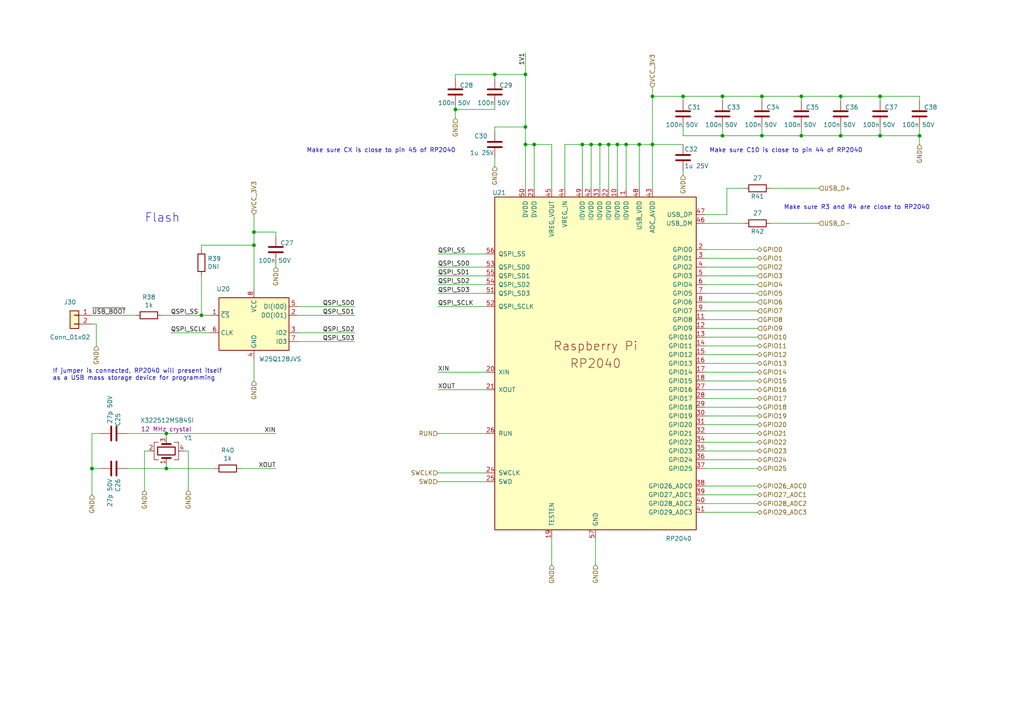
<source format=kicad_sch>
(kicad_sch (version 20211123) (generator eeschema)
  (paper "A4")
  (lib_symbols
    (symbol "Connector_Generic:Conn_01x02" (pin_names (offset 1.016) hide)
      (property "Reference" "J" (at 0 2.54 0))
      (property "Value" "Conn_01x02" (at 0 -5.08 0))
      (symbol "Conn_01x02_1_1"
        (rectangle (start -1.27 -2.413) (end 0 -2.667) (stroke (width 0.1524)))
        (rectangle (start -1.27 0.127) (end 0 -0.127) (stroke (width 0.1524)))
        (rectangle (start -1.27 1.27) (end 1.27 -3.81) (stroke (width 0.254)) (fill (type background)))
        (pin passive line (at -5.08 0 0) (length 3.81) (name "Pin_1") (number "1"))
        (pin passive line (at -5.08 -2.54 0) (length 3.81) (name "Pin_2") (number "2"))
      )
    )
    (symbol "Device:C" (pin_numbers hide) (pin_names (offset 0.254))
      (property "Reference" "C" (at 0.635 2.54 0))
      (property "Value" "C" (at 0.635 -2.54 0))
      (symbol "C_0_1"
        (polyline (pts (xy -2.032 -0.762) (xy 2.032 -0.762)) (stroke (width 0.508)))
        (polyline (pts (xy -2.032 0.762) (xy 2.032 0.762)) (stroke (width 0.508)))
      )
      (symbol "C_1_1"
        (pin passive line (at 0 3.81 270) (length 2.794) (name "~") (number "1"))
        (pin passive line (at 0 -3.81 90) (length 2.794) (name "~") (number "2"))
      )
    )
    (symbol "Device:Crystal_GND24" (pin_names (offset 1.016) hide)
      (property "Reference" "Y" (at 3.175 5.08 0))
      (property "Value" "Crystal_GND24" (at 3.175 3.175 0))
      (symbol "Crystal_GND24_0_1"
        (rectangle (start -1.143 2.54) (end 1.143 -2.54) (stroke (width 0.3048)))
        (polyline (pts (xy -2.54 0) (xy -2.032 0)))
        (polyline (pts (xy -2.032 -1.27) (xy -2.032 1.27)) (stroke (width 0.508)))
        (polyline (pts (xy 0 -3.81) (xy 0 -3.556)))
        (polyline (pts (xy 0 3.556) (xy 0 3.81)))
        (polyline (pts (xy 2.032 -1.27) (xy 2.032 1.27)) (stroke (width 0.508)))
        (polyline (pts (xy 2.032 0) (xy 2.54 0)))
        (polyline (pts (xy -2.54 -2.286) (xy -2.54 -3.556) (xy 2.54 -3.556) (xy 2.54 -2.286)))
        (polyline (pts (xy -2.54 2.286) (xy -2.54 3.556) (xy 2.54 3.556) (xy 2.54 2.286)))
      )
      (symbol "Crystal_GND24_1_1"
        (pin passive line (at -3.81 0 0) (length 1.27) (name "1") (number "1"))
        (pin passive line (at 0 5.08 270) (length 1.27) (name "2") (number "2"))
        (pin passive line (at 3.81 0 180) (length 1.27) (name "3") (number "3"))
        (pin passive line (at 0 -5.08 90) (length 1.27) (name "4") (number "4"))
      )
    )
    (symbol "Device:R" (pin_numbers hide) (pin_names (offset 0))
      (property "Reference" "R" (at 2.032 0 90))
      (property "Value" "R" (at 0 0 90))
      (symbol "R_0_1"
        (rectangle (start -1.016 -2.54) (end 1.016 2.54) (stroke (width 0.254)))
      )
      (symbol "R_1_1"
        (pin passive line (at 0 3.81 270) (length 1.27) (name "~") (number "1"))
        (pin passive line (at 0 -3.81 90) (length 1.27) (name "~") (number "2"))
      )
    )
    (symbol "MCU_RaspberryPi_RP2040:RP2040" (pin_names (offset 1.016))
      (property "Reference" "U" (at -29.21 49.53 0))
      (property "Value" "RP2040" (at 24.13 -49.53 0))
      (symbol "RP2040_0_0"
        (text "Raspberry Pi" (at 0 5.08 0) (effects (font (size 2.54 2.54))))
        (text "RP2040" (at 0 0 0) (effects (font (size 2.54 2.54))))
      )
      (symbol "RP2040_0_1"
        (rectangle (start 29.21 48.26) (end -29.21 -48.26) (stroke (width 0.254)) (fill (type background)))
      )
      (symbol "RP2040_1_1"
        (pin power_in line (at 8.89 50.8 270) (length 2.54) (name "IOVDD") (number "1"))
        (pin power_in line (at 6.35 50.8 270) (length 2.54) (name "IOVDD") (number "10"))
        (pin bidirectional line (at 31.75 12.7 180) (length 2.54) (name "GPIO8") (number "11"))
        (pin bidirectional line (at 31.75 10.16 180) (length 2.54) (name "GPIO9") (number "12"))
        (pin bidirectional line (at 31.75 7.62 180) (length 2.54) (name "GPIO10") (number "13"))
        (pin bidirectional line (at 31.75 5.08 180) (length 2.54) (name "GPIO11") (number "14"))
        (pin bidirectional line (at 31.75 2.54 180) (length 2.54) (name "GPIO12") (number "15"))
        (pin bidirectional line (at 31.75 0 180) (length 2.54) (name "GPIO13") (number "16"))
        (pin bidirectional line (at 31.75 -2.54 180) (length 2.54) (name "GPIO14") (number "17"))
        (pin bidirectional line (at 31.75 -5.08 180) (length 2.54) (name "GPIO15") (number "18"))
        (pin passive line (at -12.7 -50.8 90) (length 2.54) (name "TESTEN") (number "19"))
        (pin bidirectional line (at 31.75 33.02 180) (length 2.54) (name "GPIO0") (number "2"))
        (pin input line (at -31.75 -2.54 0) (length 2.54) (name "XIN") (number "20"))
        (pin passive line (at -31.75 -7.62 0) (length 2.54) (name "XOUT") (number "21"))
        (pin power_in line (at 3.81 50.8 270) (length 2.54) (name "IOVDD") (number "22"))
        (pin power_in line (at -17.78 50.8 270) (length 2.54) (name "DVDD") (number "23"))
        (pin output line (at -31.75 -31.75 0) (length 2.54) (name "SWCLK") (number "24"))
        (pin bidirectional line (at -31.75 -34.29 0) (length 2.54) (name "SWD") (number "25"))
        (pin input line (at -31.75 -20.32 0) (length 2.54) (name "RUN") (number "26"))
        (pin bidirectional line (at 31.75 -7.62 180) (length 2.54) (name "GPIO16") (number "27"))
        (pin bidirectional line (at 31.75 -10.16 180) (length 2.54) (name "GPIO17") (number "28"))
        (pin bidirectional line (at 31.75 -12.7 180) (length 2.54) (name "GPIO18") (number "29"))
        (pin bidirectional line (at 31.75 30.48 180) (length 2.54) (name "GPIO1") (number "3"))
        (pin bidirectional line (at 31.75 -15.24 180) (length 2.54) (name "GPIO19") (number "30"))
        (pin bidirectional line (at 31.75 -17.78 180) (length 2.54) (name "GPIO20") (number "31"))
        (pin bidirectional line (at 31.75 -20.32 180) (length 2.54) (name "GPIO21") (number "32"))
        (pin power_in line (at 1.27 50.8 270) (length 2.54) (name "IOVDD") (number "33"))
        (pin bidirectional line (at 31.75 -22.86 180) (length 2.54) (name "GPIO22") (number "34"))
        (pin bidirectional line (at 31.75 -25.4 180) (length 2.54) (name "GPIO23") (number "35"))
        (pin bidirectional line (at 31.75 -27.94 180) (length 2.54) (name "GPIO24") (number "36"))
        (pin bidirectional line (at 31.75 -30.48 180) (length 2.54) (name "GPIO25") (number "37"))
        (pin bidirectional line (at 31.75 -35.56 180) (length 2.54) (name "GPIO26_ADC0") (number "38"))
        (pin bidirectional line (at 31.75 -38.1 180) (length 2.54) (name "GPIO27_ADC1") (number "39"))
        (pin bidirectional line (at 31.75 27.94 180) (length 2.54) (name "GPIO2") (number "4"))
        (pin bidirectional line (at 31.75 -40.64 180) (length 2.54) (name "GPIO28_ADC2") (number "40"))
        (pin bidirectional line (at 31.75 -43.18 180) (length 2.54) (name "GPIO29_ADC3") (number "41"))
        (pin power_in line (at -1.27 50.8 270) (length 2.54) (name "IOVDD") (number "42"))
        (pin power_in line (at 16.51 50.8 270) (length 2.54) (name "ADC_AVDD") (number "43"))
        (pin power_in line (at -8.89 50.8 270) (length 2.54) (name "VREG_IN") (number "44"))
        (pin power_out line (at -12.7 50.8 270) (length 2.54) (name "VREG_VOUT") (number "45"))
        (pin bidirectional line (at 31.75 40.64 180) (length 2.54) (name "USB_DM") (number "46"))
        (pin bidirectional line (at 31.75 43.18 180) (length 2.54) (name "USB_DP") (number "47"))
        (pin power_in line (at 12.7 50.8 270) (length 2.54) (name "USB_VDD") (number "48"))
        (pin power_in line (at -3.81 50.8 270) (length 2.54) (name "IOVDD") (number "49"))
        (pin bidirectional line (at 31.75 25.4 180) (length 2.54) (name "GPIO3") (number "5"))
        (pin power_in line (at -20.32 50.8 270) (length 2.54) (name "DVDD") (number "50"))
        (pin bidirectional line (at -31.75 20.32 0) (length 2.54) (name "QSPI_SD3") (number "51"))
        (pin output line (at -31.75 16.51 0) (length 2.54) (name "QSPI_SCLK") (number "52"))
        (pin bidirectional line (at -31.75 27.94 0) (length 2.54) (name "QSPI_SD0") (number "53"))
        (pin bidirectional line (at -31.75 22.86 0) (length 2.54) (name "QSPI_SD2") (number "54"))
        (pin bidirectional line (at -31.75 25.4 0) (length 2.54) (name "QSPI_SD1") (number "55"))
        (pin bidirectional line (at -31.75 31.75 0) (length 2.54) (name "QSPI_SS") (number "56"))
        (pin power_in line (at 0 -50.8 90) (length 2.54) (name "GND") (number "57"))
        (pin bidirectional line (at 31.75 22.86 180) (length 2.54) (name "GPIO4") (number "6"))
        (pin bidirectional line (at 31.75 20.32 180) (length 2.54) (name "GPIO5") (number "7"))
        (pin bidirectional line (at 31.75 17.78 180) (length 2.54) (name "GPIO6") (number "8"))
        (pin bidirectional line (at 31.75 15.24 180) (length 2.54) (name "GPIO7") (number "9"))
      )
    )
    (symbol "Memory_Flash:W25Q128JVS"
      (property "Reference" "U" (at -8.89 8.89 0))
      (property "Value" "W25Q128JVS" (at 7.62 8.89 0))
      (symbol "W25Q128JVS_0_1"
        (rectangle (start -10.16 7.62) (end 10.16 -7.62) (stroke (width 0.254)) (fill (type background)))
      )
      (symbol "W25Q128JVS_1_1"
        (pin input line (at -12.7 2.54 0) (length 2.54) (name "~{CS}") (number "1"))
        (pin bidirectional line (at 12.7 2.54 180) (length 2.54) (name "DO(IO1)") (number "2"))
        (pin bidirectional line (at 12.7 -2.54 180) (length 2.54) (name "IO2") (number "3"))
        (pin power_in line (at 0 -10.16 90) (length 2.54) (name "GND") (number "4"))
        (pin bidirectional line (at 12.7 5.08 180) (length 2.54) (name "DI(IO0)") (number "5"))
        (pin input line (at -12.7 -2.54 0) (length 2.54) (name "CLK") (number "6"))
        (pin bidirectional line (at 12.7 -5.08 180) (length 2.54) (name "IO3") (number "7"))
        (pin power_in line (at 0 10.16 270) (length 2.54) (name "VCC") (number "8"))
      )
    )
  )
  (junction (at 243.84 39.37))
  (junction (at 220.98 27.94))
  (junction (at 143.51 21.59))
  (junction (at 48.26 125.73))
  (junction (at 209.55 27.94))
  (junction (at 185.42 41.91))
  (junction (at 168.91 41.91))
  (junction (at 255.27 39.37))
  (junction (at 255.27 27.94))
  (junction (at 26.67 135.89))
  (junction (at 232.41 39.37))
  (junction (at 220.98 39.37))
  (junction (at 209.55 39.37))
  (junction (at 132.08 31.75))
  (junction (at 73.66 67.31))
  (junction (at 152.4 21.59))
  (junction (at 173.99 41.91))
  (junction (at 189.23 27.94))
  (junction (at 176.53 41.91))
  (junction (at 171.45 41.91))
  (junction (at 73.66 71.12))
  (junction (at 152.4 36.83))
  (junction (at 48.26 135.89))
  (junction (at 181.61 41.91))
  (junction (at 58.42 91.44))
  (junction (at 243.84 27.94))
  (junction (at 152.4 41.91))
  (junction (at 154.94 41.91))
  (junction (at 198.12 27.94))
  (junction (at 179.07 41.91))
  (junction (at 189.23 41.91))
  (junction (at 266.7 39.37))
  (junction (at 232.41 27.94))
  (wire (pts (xy 58.42 80.01) (xy 58.42 91.44)))
  (wire (pts (xy 204.47 130.81) (xy 219.71 130.81)))
  (wire (pts (xy 26.67 93.98) (xy 27.94 93.98)))
  (wire (pts (xy 181.61 41.91) (xy 181.61 54.61)))
  (wire (pts (xy 204.47 95.25) (xy 219.71 95.25)))
  (wire (pts (xy 173.99 54.61) (xy 173.99 41.91)))
  (wire (pts (xy 198.12 36.83) (xy 198.12 39.37)))
  (wire (pts (xy 204.47 105.41) (xy 219.71 105.41)))
  (wire (pts (xy 48.26 125.73) (xy 80.01 125.73)))
  (wire (pts (xy 127 82.55) (xy 140.97 82.55)))
  (wire (pts (xy 86.36 88.9) (xy 102.87 88.9)))
  (wire (pts (xy 168.91 41.91) (xy 171.45 41.91)))
  (wire (pts (xy 143.51 21.59) (xy 152.4 21.59)))
  (wire (pts (xy 266.7 39.37) (xy 266.7 41.91)))
  (wire (pts (xy 176.53 54.61) (xy 176.53 41.91)))
  (wire (pts (xy 179.07 41.91) (xy 181.61 41.91)))
  (wire (pts (xy 209.55 29.21) (xy 209.55 27.94)))
  (wire (pts (xy 204.47 102.87) (xy 219.71 102.87)))
  (wire (pts (xy 255.27 29.21) (xy 255.27 27.94)))
  (wire (pts (xy 168.91 54.61) (xy 168.91 41.91)))
  (wire (pts (xy 36.83 125.73) (xy 48.26 125.73)))
  (wire (pts (xy 204.47 123.19) (xy 219.71 123.19)))
  (wire (pts (xy 204.47 113.03) (xy 219.71 113.03)))
  (wire (pts (xy 210.82 54.61) (xy 215.9 54.61)))
  (wire (pts (xy 152.4 36.83) (xy 152.4 41.91)))
  (wire (pts (xy 204.47 62.23) (xy 210.82 62.23)))
  (wire (pts (xy 223.52 54.61) (xy 237.49 54.61)))
  (wire (pts (xy 220.98 27.94) (xy 232.41 27.94)))
  (wire (pts (xy 220.98 36.83) (xy 220.98 39.37)))
  (wire (pts (xy 204.47 77.47) (xy 219.71 77.47)))
  (wire (pts (xy 140.97 137.16) (xy 127 137.16)))
  (wire (pts (xy 154.94 54.61) (xy 154.94 41.91)))
  (wire (pts (xy 243.84 36.83) (xy 243.84 39.37)))
  (wire (pts (xy 204.47 74.93) (xy 219.71 74.93)))
  (wire (pts (xy 27.94 93.98) (xy 27.94 100.33)))
  (wire (pts (xy 86.36 96.52) (xy 102.87 96.52)))
  (wire (pts (xy 185.42 54.61) (xy 185.42 41.91)))
  (wire (pts (xy 127 107.95) (xy 140.97 107.95)))
  (wire (pts (xy 46.99 91.44) (xy 58.42 91.44)))
  (wire (pts (xy 204.47 85.09) (xy 219.71 85.09)))
  (wire (pts (xy 29.21 125.73) (xy 26.67 125.73)))
  (wire (pts (xy 243.84 29.21) (xy 243.84 27.94)))
  (wire (pts (xy 143.51 31.75) (xy 143.51 30.48)))
  (wire (pts (xy 204.47 87.63) (xy 219.71 87.63)))
  (wire (pts (xy 243.84 39.37) (xy 232.41 39.37)))
  (wire (pts (xy 143.51 36.83) (xy 152.4 36.83)))
  (wire (pts (xy 204.47 64.77) (xy 215.9 64.77)))
  (wire (pts (xy 48.26 135.89) (xy 62.23 135.89)))
  (wire (pts (xy 204.47 100.33) (xy 219.71 100.33)))
  (wire (pts (xy 36.83 135.89) (xy 48.26 135.89)))
  (wire (pts (xy 140.97 73.66) (xy 127 73.66)))
  (wire (pts (xy 127 80.01) (xy 140.97 80.01)))
  (wire (pts (xy 204.47 107.95) (xy 219.71 107.95)))
  (wire (pts (xy 204.47 148.59) (xy 219.71 148.59)))
  (wire (pts (xy 26.67 135.89) (xy 26.67 143.51)))
  (wire (pts (xy 163.83 54.61) (xy 163.83 41.91)))
  (wire (pts (xy 80.01 68.58) (xy 80.01 67.31)))
  (wire (pts (xy 266.7 36.83) (xy 266.7 39.37)))
  (wire (pts (xy 189.23 41.91) (xy 198.12 41.91)))
  (wire (pts (xy 160.02 41.91) (xy 154.94 41.91)))
  (wire (pts (xy 127 77.47) (xy 140.97 77.47)))
  (wire (pts (xy 255.27 36.83) (xy 255.27 39.37)))
  (wire (pts (xy 209.55 27.94) (xy 220.98 27.94)))
  (wire (pts (xy 198.12 29.21) (xy 198.12 27.94)))
  (wire (pts (xy 29.21 135.89) (xy 26.67 135.89)))
  (wire (pts (xy 54.61 130.81) (xy 53.34 130.81)))
  (wire (pts (xy 179.07 54.61) (xy 179.07 41.91)))
  (wire (pts (xy 223.52 64.77) (xy 237.49 64.77)))
  (wire (pts (xy 266.7 29.21) (xy 266.7 27.94)))
  (wire (pts (xy 232.41 39.37) (xy 220.98 39.37)))
  (wire (pts (xy 204.47 92.71) (xy 219.71 92.71)))
  (wire (pts (xy 198.12 27.94) (xy 209.55 27.94)))
  (wire (pts (xy 132.08 30.48) (xy 132.08 31.75)))
  (wire (pts (xy 132.08 22.86) (xy 132.08 21.59)))
  (wire (pts (xy 160.02 156.21) (xy 160.02 163.83)))
  (wire (pts (xy 204.47 118.11) (xy 219.71 118.11)))
  (wire (pts (xy 204.47 120.65) (xy 219.71 120.65)))
  (wire (pts (xy 255.27 39.37) (xy 243.84 39.37)))
  (wire (pts (xy 232.41 29.21) (xy 232.41 27.94)))
  (wire (pts (xy 181.61 41.91) (xy 185.42 41.91)))
  (wire (pts (xy 255.27 39.37) (xy 266.7 39.37)))
  (wire (pts (xy 204.47 82.55) (xy 219.71 82.55)))
  (wire (pts (xy 189.23 25.4) (xy 189.23 27.94)))
  (wire (pts (xy 204.47 140.97) (xy 219.71 140.97)))
  (wire (pts (xy 204.47 133.35) (xy 219.71 133.35)))
  (wire (pts (xy 152.4 15.24) (xy 152.4 21.59)))
  (wire (pts (xy 58.42 71.12) (xy 73.66 71.12)))
  (wire (pts (xy 73.66 104.14) (xy 73.66 110.49)))
  (wire (pts (xy 140.97 113.03) (xy 127 113.03)))
  (wire (pts (xy 204.47 125.73) (xy 219.71 125.73)))
  (wire (pts (xy 204.47 72.39) (xy 219.71 72.39)))
  (wire (pts (xy 48.26 134.62) (xy 48.26 135.89)))
  (wire (pts (xy 154.94 41.91) (xy 152.4 41.91)))
  (wire (pts (xy 48.26 127) (xy 48.26 125.73)))
  (wire (pts (xy 140.97 125.73) (xy 127 125.73)))
  (wire (pts (xy 204.47 97.79) (xy 219.71 97.79)))
  (wire (pts (xy 185.42 41.91) (xy 189.23 41.91)))
  (wire (pts (xy 172.72 156.21) (xy 172.72 163.83)))
  (wire (pts (xy 132.08 21.59) (xy 143.51 21.59)))
  (wire (pts (xy 73.66 62.23) (xy 73.66 67.31)))
  (wire (pts (xy 140.97 88.9) (xy 127 88.9)))
  (wire (pts (xy 204.47 110.49) (xy 219.71 110.49)))
  (wire (pts (xy 58.42 72.39) (xy 58.42 71.12)))
  (wire (pts (xy 220.98 39.37) (xy 209.55 39.37)))
  (wire (pts (xy 204.47 135.89) (xy 219.71 135.89)))
  (wire (pts (xy 152.4 21.59) (xy 152.4 36.83)))
  (wire (pts (xy 41.91 130.81) (xy 41.91 142.24)))
  (wire (pts (xy 43.18 130.81) (xy 41.91 130.81)))
  (wire (pts (xy 73.66 71.12) (xy 73.66 83.82)))
  (wire (pts (xy 160.02 54.61) (xy 160.02 41.91)))
  (wire (pts (xy 143.51 22.86) (xy 143.51 21.59)))
  (wire (pts (xy 232.41 27.94) (xy 243.84 27.94)))
  (wire (pts (xy 171.45 41.91) (xy 173.99 41.91)))
  (wire (pts (xy 204.47 80.01) (xy 219.71 80.01)))
  (wire (pts (xy 86.36 99.06) (xy 102.87 99.06)))
  (wire (pts (xy 69.85 135.89) (xy 80.01 135.89)))
  (wire (pts (xy 209.55 39.37) (xy 198.12 39.37)))
  (wire (pts (xy 140.97 139.7) (xy 127 139.7)))
  (wire (pts (xy 39.37 91.44) (xy 26.67 91.44)))
  (wire (pts (xy 80.01 67.31) (xy 73.66 67.31)))
  (wire (pts (xy 152.4 41.91) (xy 152.4 54.61)))
  (wire (pts (xy 173.99 41.91) (xy 176.53 41.91)))
  (wire (pts (xy 189.23 27.94) (xy 189.23 41.91)))
  (wire (pts (xy 189.23 41.91) (xy 189.23 54.61)))
  (wire (pts (xy 209.55 36.83) (xy 209.55 39.37)))
  (wire (pts (xy 143.51 45.72) (xy 143.51 48.26)))
  (wire (pts (xy 58.42 91.44) (xy 60.96 91.44)))
  (wire (pts (xy 127 85.09) (xy 140.97 85.09)))
  (wire (pts (xy 204.47 146.05) (xy 219.71 146.05)))
  (wire (pts (xy 220.98 29.21) (xy 220.98 27.94)))
  (wire (pts (xy 49.53 96.52) (xy 60.96 96.52)))
  (wire (pts (xy 171.45 54.61) (xy 171.45 41.91)))
  (wire (pts (xy 86.36 91.44) (xy 102.87 91.44)))
  (wire (pts (xy 132.08 31.75) (xy 132.08 34.29)))
  (wire (pts (xy 143.51 38.1) (xy 143.51 36.83)))
  (wire (pts (xy 132.08 31.75) (xy 143.51 31.75)))
  (wire (pts (xy 204.47 143.51) (xy 219.71 143.51)))
  (wire (pts (xy 255.27 27.94) (xy 266.7 27.94)))
  (wire (pts (xy 210.82 54.61) (xy 210.82 62.23)))
  (wire (pts (xy 204.47 128.27) (xy 219.71 128.27)))
  (wire (pts (xy 204.47 115.57) (xy 219.71 115.57)))
  (wire (pts (xy 163.83 41.91) (xy 168.91 41.91)))
  (wire (pts (xy 232.41 36.83) (xy 232.41 39.37)))
  (wire (pts (xy 189.23 27.94) (xy 198.12 27.94)))
  (wire (pts (xy 243.84 27.94) (xy 255.27 27.94)))
  (wire (pts (xy 26.67 125.73) (xy 26.67 135.89)))
  (wire (pts (xy 204.47 90.17) (xy 219.71 90.17)))
  (wire (pts (xy 54.61 130.81) (xy 54.61 142.24)))
  (wire (pts (xy 176.53 41.91) (xy 179.07 41.91)))
  (wire (pts (xy 80.01 76.2) (xy 80.01 77.47)))
  (wire (pts (xy 73.66 67.31) (xy 73.66 71.12)))
  (wire (pts (xy 198.12 49.53) (xy 198.12 50.8)))
  (text "Make sure CX is close to pin 45 of RP2040" (at 88.9 44.45 0) (effects (font (size 1.27 1.27)) (justify left bottom)))
  (text "Make sure C10 is close to pin 44 of RP2040" (at 205.74 44.45 0) (effects (font (size 1.27 1.27)) (justify left bottom)))
  (text "Make sure R3 and R4 are close to RP2040" (at 227.33 60.96 0) (effects (font (size 1.27 1.27)) (justify left bottom)))
  (text "If jumper is connected, RP2040 will present itself\nas a USB mass storage device for programming" (at 15.24 110.49 0) (effects (font (size 1.27 1.27)) (justify left bottom)))
  (text "Flash" (at 41.91 64.77 0) (effects (font (size 2.54 2.54)) (justify left bottom)))
  (label "QSPI_SD2" (at 102.87 96.52 180))
  (label "QSPI_SD2" (at 127 82.55 0))
  (label "QSPI_SS" (at 49.53 91.44 0))
  (label "QSPI_SD1" (at 102.87 91.44 180))
  (label "XOUT" (at 127 113.03 0))
  (label "QSPI_SD0" (at 102.87 88.9 180))
  (label "QSPI_SD3" (at 102.87 99.06 180))
  (label "QSPI_SCLK" (at 49.53 96.52 0))
  (label "XIN" (at 127 107.95 0))
  (label "QSPI_SCLK" (at 127 88.9 0))
  (label "QSPI_SD3" (at 127 85.09 0))
  (label "QSPI_SD0" (at 127 77.47 0))
  (label "1V1" (at 152.4 15.24 270))
  (label "XOUT" (at 80.01 135.89 180))
  (label "XIN" (at 80.01 125.73 180))
  (label "QSPI_SD1" (at 127 80.01 0))
  (label "QSPI_SS" (at 127 73.66 0))
  (label "~{USB_BOOT}" (at 26.67 91.44 0))
  (hierarchical_label "GPIO9" (shape input) (at 219.71 95.25 0))
  (hierarchical_label "GPIO3" (shape input) (at 219.71 80.01 0))
  (hierarchical_label "GPIO4" (shape input) (at 219.71 82.55 0))
  (hierarchical_label "GPIO26_ADC0" (shape bidirectional) (at 219.71 140.97 0))
  (hierarchical_label "GPIO1" (shape bidirectional) (at 219.71 74.93 0))
  (hierarchical_label "GPIO20" (shape bidirectional) (at 219.71 123.19 0))
  (hierarchical_label "GND" (shape input) (at 172.72 163.7913 270))
  (hierarchical_label "GPIO19" (shape bidirectional) (at 219.71 120.65 0))
  (hierarchical_label "GPIO28_ADC2" (shape bidirectional) (at 219.71 146.05 0))
  (hierarchical_label "GPIO22" (shape bidirectional) (at 219.71 128.27 0))
  (hierarchical_label "USB_D-" (shape input) (at 237.49 64.77 0))
  (hierarchical_label "GPIO16" (shape bidirectional) (at 219.71 113.03 0))
  (hierarchical_label "GPIO27_ADC1" (shape bidirectional) (at 219.71 143.51 0))
  (hierarchical_label "RUN" (shape input) (at 127 125.73 180))
  (hierarchical_label "GPIO0" (shape bidirectional) (at 219.71 72.39 0))
  (hierarchical_label "GPIO14" (shape bidirectional) (at 219.71 107.95 0))
  (hierarchical_label "USB_D+" (shape input) (at 237.49 54.61 0))
  (hierarchical_label "GPIO8" (shape input) (at 219.71 92.71 0))
  (hierarchical_label "GPIO6" (shape input) (at 219.71 87.63 0))
  (hierarchical_label "GPIO21" (shape bidirectional) (at 219.71 125.73 0))
  (hierarchical_label "GND" (shape input) (at 160.02 163.83 270))
  (hierarchical_label "GND" (shape input) (at 143.51 48.26 270))
  (hierarchical_label "GND" (shape input) (at 41.91 142.24 270))
  (hierarchical_label "GND" (shape input) (at 27.94 100.33 270))
  (hierarchical_label "GPIO24" (shape bidirectional) (at 219.71 133.35 0))
  (hierarchical_label "GPIO15" (shape bidirectional) (at 219.71 110.49 0))
  (hierarchical_label "GND" (shape input) (at 132.08 34.29 270))
  (hierarchical_label "GND" (shape input) (at 73.66 110.49 270))
  (hierarchical_label "GND" (shape input) (at 54.61 142.24 270))
  (hierarchical_label "GPIO29_ADC3" (shape bidirectional) (at 219.71 148.59 0))
  (hierarchical_label "GPIO23" (shape bidirectional) (at 219.71 130.81 0))
  (hierarchical_label "GND" (shape input) (at 26.67 143.51 270))
  (hierarchical_label "GPIO10" (shape input) (at 219.71 97.79 0))
  (hierarchical_label "GPIO11" (shape bidirectional) (at 219.71 100.33 0))
  (hierarchical_label "GPIO17" (shape bidirectional) (at 219.71 115.57 0))
  (hierarchical_label "GPIO13" (shape bidirectional) (at 219.71 105.41 0))
  (hierarchical_label "GND" (shape input) (at 198.12 50.8 270))
  (hierarchical_label "SWD" (shape input) (at 127 139.7 180))
  (hierarchical_label "SWCLK" (shape input) (at 127 137.16 180))
  (hierarchical_label "GND" (shape input) (at 80.01 77.47 270))
  (hierarchical_label "GPIO2" (shape input) (at 219.71 77.47 0))
  (hierarchical_label "GPIO18" (shape bidirectional) (at 219.71 118.11 0))
  (hierarchical_label "GND" (shape input) (at 266.7 41.91 270))
  (hierarchical_label "GPIO5" (shape input) (at 219.71 85.09 0))
  (hierarchical_label "GPIO7" (shape input) (at 219.71 90.17 0))
  (hierarchical_label "GPIO25" (shape bidirectional) (at 219.71 135.89 0))
  (hierarchical_label "VCC_3V3" (shape input) (at 189.23 25.4 90))
  (hierarchical_label "GPIO12" (shape bidirectional) (at 219.71 102.87 0))
  (hierarchical_label "VCC_3V3" (shape input) (at 73.66 62.23 90))
  (symbol (lib_id "MCU_RaspberryPi_RP2040:RP2040") (at 172.72 105.41 0) (unit 1)
    (property "Reference" "U21" (at 144.78 55.88 0))
    (property "Value" "RP2040" (at 196.85 156.21 0))
    (property "Footprint" "MCU_RaspberryPi_and_Boards:RP2040-QFN-56" (effects hide))
    (property "LCSC" "C2040" (effects hide))
  )
  (symbol (lib_id "Device:C") (at 198.12 45.72 0) (unit 1)
    (property "Reference" "C32" (at 198.501 43.2816 0) (effects (justify left)))
    (property "Value" "1u 25V" (at 198.501 48.133 0) (effects (justify left)))
    (property "Footprint" "Capacitor_SMD:C_0402_1005Metric" (effects hide))
    (property "LCSC" "C52923" (effects hide))
  )
  (symbol (lib_id "Device:C") (at 266.7 33.02 0) (unit 1)
    (property "Reference" "C38" (at 267.97 31.1149 0) (effects (justify left)))
    (property "Value" "100n 50V" (at 261.62 36.1949 0) (effects (justify left)))
    (property "Footprint" "Capacitor_SMD:C_0402_1005Metric" (effects hide))
    (property "LCSC" "C307331" (effects hide))
  )
  (symbol (lib_id "Connector_Generic:Conn_01x02") (at 21.59 91.44 0) (mirror y) (unit 1)
    (property "Reference" "J30" (at 20.32 87.63 0))
    (property "Value" "Conn_01x02" (at 20.32 97.79 0))
    (property "Footprint" "Connector_PinHeader_2.54mm:PinHeader_1x02_P2.54mm_Vertical" (effects hide))
    (property "LCSC" "C492401" (effects hide))
  )
  (symbol (lib_id "Device:C") (at 209.55 33.02 0) (unit 1)
    (property "Reference" "C33" (at 210.82 31.1149 0) (effects (justify left)))
    (property "Value" "100n 50V" (at 204.47 36.1949 0) (effects (justify left)))
    (property "Footprint" "Capacitor_SMD:C_0402_1005Metric" (effects hide))
    (property "LCSC" "C307331" (effects hide))
  )
  (symbol (lib_id "Device:C") (at 132.08 26.67 0) (unit 1)
    (property "Reference" "C28" (at 133.35 24.7649 0) (effects (justify left)))
    (property "Value" "100n 50V" (at 127 29.8449 0) (effects (justify left)))
    (property "Footprint" "Capacitor_SMD:C_0402_1005Metric" (effects hide))
    (property "LCSC" "C307331" (effects hide))
  )
  (symbol (lib_id "Device:C") (at 143.51 41.91 0) (unit 1)
    (property "Reference" "C30" (at 137.541 39.4716 0) (effects (justify left)))
    (property "Value" "1u 25V" (at 136.271 44.323 0) (effects (justify left)))
    (property "Footprint" "Capacitor_SMD:C_0402_1005Metric" (effects hide))
    (property "LCSC" "C52923" (effects hide))
  )
  (symbol (lib_id "Device:C") (at 33.02 125.73 270) (unit 1)
    (property "Reference" "C25" (at 34.1884 119.761 0) (effects (justify left)))
    (property "Value" "27p 50V" (at 31.877 114.681 0) (effects (justify left)))
    (property "Footprint" "Capacitor_SMD:C_0402_1005Metric" (effects hide))
    (property "LCSC" "C1557" (effects hide))
  )
  (symbol (lib_id "Device:C") (at 80.01 72.39 0) (unit 1)
    (property "Reference" "C27" (at 81.28 70.4849 0) (effects (justify left)))
    (property "Value" "100n 50V" (at 74.93 75.5649 0) (effects (justify left)))
    (property "Footprint" "Capacitor_SMD:C_0402_1005Metric" (effects hide))
    (property "LCSC" "C307331" (effects hide))
  )
  (symbol (lib_id "Device:C") (at 243.84 33.02 0) (unit 1)
    (property "Reference" "C36" (at 245.11 31.1149 0) (effects (justify left)))
    (property "Value" "100n 50V" (at 238.76 36.1949 0) (effects (justify left)))
    (property "Footprint" "Capacitor_SMD:C_0402_1005Metric" (effects hide))
    (property "LCSC" "C307331" (effects hide))
  )
  (symbol (lib_id "Device:C") (at 198.12 33.02 0) (unit 1)
    (property "Reference" "C31" (at 199.39 31.1149 0) (effects (justify left)))
    (property "Value" "100n 50V" (at 193.04 36.1949 0) (effects (justify left)))
    (property "Footprint" "Capacitor_SMD:C_0402_1005Metric" (effects hide))
    (property "LCSC" "C307331" (effects hide))
  )
  (symbol (lib_id "Device:C") (at 143.51 26.67 0) (unit 1)
    (property "Reference" "C29" (at 144.78 24.7649 0) (effects (justify left)))
    (property "Value" "100n 50V" (at 138.43 29.8449 0) (effects (justify left)))
    (property "Footprint" "Capacitor_SMD:C_0402_1005Metric" (effects hide))
    (property "LCSC" "C307331" (effects hide))
  )
  (symbol (lib_id "Device:R") (at 43.18 91.44 270) (unit 1)
    (property "Reference" "R38" (at 43.18 86.1822 90))
    (property "Value" "1k" (at 43.18 88.4936 90))
    (property "Footprint" "Resistor_SMD:R_1206_3216Metric" (effects hide))
    (property "LCSC" "C4410" (effects hide))
  )
  (symbol (lib_id "Device:R") (at 219.71 54.61 270) (unit 1)
    (property "Reference" "R41" (at 219.71 56.9722 90))
    (property "Value" "27" (at 219.71 51.6636 90))
    (property "Footprint" "Resistor_SMD:R_0603_1608Metric" (effects hide))
    (property "LCSC" "C25190" (effects hide))
  )
  (symbol (lib_id "Device:C") (at 220.98 33.02 0) (unit 1)
    (property "Reference" "C34" (at 222.25 31.1149 0) (effects (justify left)))
    (property "Value" "100n 50V" (at 215.9 36.1949 0) (effects (justify left)))
    (property "Footprint" "Capacitor_SMD:C_0402_1005Metric" (effects hide))
    (property "LCSC" "C307331" (effects hide))
  )
  (symbol (lib_id "Device:R") (at 66.04 135.89 270) (unit 1)
    (property "Reference" "R40" (at 66.04 130.6322 90))
    (property "Value" "1k" (at 66.04 132.9436 90))
    (property "Footprint" "Resistor_SMD:R_1206_3216Metric" (effects hide))
    (property "LCSC" "C4410" (effects hide))
  )
  (symbol (lib_id "Memory_Flash:W25Q128JVS") (at 73.66 93.98 0) (unit 1)
    (property "Reference" "U20" (at 64.77 83.82 0))
    (property "Value" "W25Q128JVS" (at 81.28 104.14 0))
    (property "Footprint" "Package_SO:SOIC-8_5.23x5.23mm_P1.27mm" (effects hide))
    (property "Datasheet" "http://www.winbond.com/resource-files/w25q128jv_dtr%20revc%2003272018%20plus.pdf" (effects hide))
    (property "LCSC" "C97521" (effects hide))
  )
  (symbol (lib_id "Device:C") (at 232.41 33.02 0) (unit 1)
    (property "Reference" "C35" (at 233.68 31.1149 0) (effects (justify left)))
    (property "Value" "100n 50V" (at 227.33 36.1949 0) (effects (justify left)))
    (property "Footprint" "Capacitor_SMD:C_0402_1005Metric" (effects hide))
    (property "LCSC" "C307331" (effects hide))
  )
  (symbol (lib_id "Device:Crystal_GND24") (at 48.26 130.81 90) (unit 1)
    (property "Reference" "Y1" (at 53.34 126.9999 90) (effects (justify right)))
    (property "Value" "X322512MSB4SI" (at 40.64 121.9199 90) (effects (justify right)))
    (property "Footprint" "Crystal:Crystal_SMD_3225-4Pin_3.2x2.5mm_HandSoldering" (effects hide))
    (property "LCSC" "C9002" (effects hide))
    (property "Description" "12 MHz crystal" (at 48.26 124.46 90))
  )
  (symbol (lib_id "Device:C") (at 33.02 135.89 270) (unit 1)
    (property "Reference" "C26" (at 34.1884 138.811 0) (effects (justify left)))
    (property "Value" "27p 50V" (at 31.877 138.811 0) (effects (justify left)))
    (property "Footprint" "Capacitor_SMD:C_0402_1005Metric" (effects hide))
    (property "LCSC" "C1557" (effects hide))
  )
  (symbol (lib_id "Device:R") (at 58.42 76.2 0) (unit 1)
    (property "Reference" "R39" (at 60.198 75.0316 0) (effects (justify left)))
    (property "Value" "DNI" (at 60.198 77.343 0) (effects (justify left)))
    (property "Footprint" "Capacitor_SMD:C_0402_1005Metric" (effects hide))
    (property "Assembly" "DNI" (effects hide))
  )
  (symbol (lib_id "Device:R") (at 219.71 64.77 270) (unit 1)
    (property "Reference" "R42" (at 219.71 67.1322 90))
    (property "Value" "27" (at 219.71 61.8236 90))
    (property "Footprint" "Resistor_SMD:R_0603_1608Metric" (effects hide))
    (property "LCSC" "C25190" (effects hide))
  )
  (symbol (lib_id "Device:C") (at 255.27 33.02 0) (unit 1)
    (property "Reference" "C37" (at 256.54 31.1149 0) (effects (justify left)))
    (property "Value" "100n 50V" (at 250.19 36.1949 0) (effects (justify left)))
    (property "Footprint" "Capacitor_SMD:C_0402_1005Metric" (effects hide))
    (property "LCSC" "C307331" (effects hide))
  )
)
</source>
